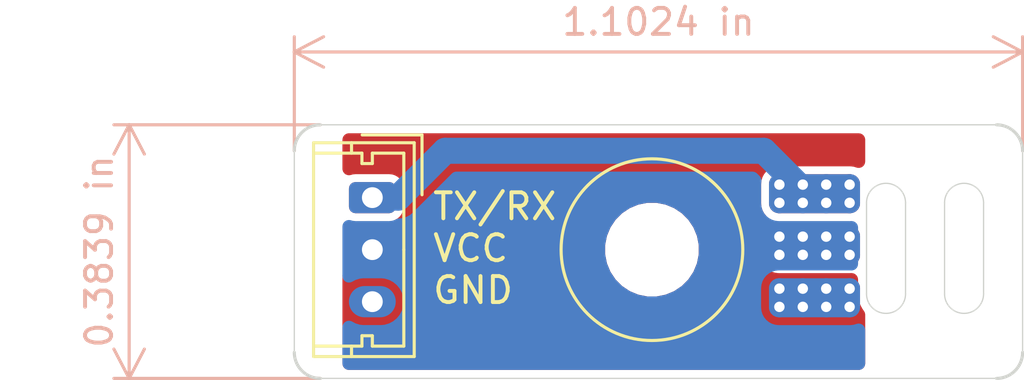
<source format=kicad_pcb>
(kicad_pcb (version 20171130) (host pcbnew 5.1.1-8be2ce7~80~ubuntu18.10.1)

  (general
    (thickness 1.6)
    (drawings 21)
    (tracks 28)
    (zones 0)
    (modules 3)
    (nets 4)
  )

  (page A4)
  (layers
    (0 F.Cu signal)
    (31 B.Cu signal)
    (32 B.Adhes user)
    (33 F.Adhes user)
    (34 B.Paste user)
    (35 F.Paste user)
    (36 B.SilkS user)
    (37 F.SilkS user)
    (38 B.Mask user)
    (39 F.Mask user)
    (40 Dwgs.User user)
    (41 Cmts.User user)
    (42 Eco1.User user)
    (43 Eco2.User user)
    (44 Edge.Cuts user)
    (45 Margin user)
    (46 B.CrtYd user)
    (47 F.CrtYd user)
    (48 B.Fab user)
    (49 F.Fab user)
  )

  (setup
    (last_trace_width 0.25)
    (user_trace_width 0.5)
    (trace_clearance 0.2)
    (zone_clearance 0.3)
    (zone_45_only no)
    (trace_min 0.2)
    (via_size 0.8)
    (via_drill 0.4)
    (via_min_size 0.4)
    (via_min_drill 0.3)
    (uvia_size 0.3)
    (uvia_drill 0.1)
    (uvias_allowed no)
    (uvia_min_size 0.2)
    (uvia_min_drill 0.1)
    (edge_width 0.05)
    (segment_width 0.2)
    (pcb_text_width 0.3)
    (pcb_text_size 1.5 1.5)
    (mod_edge_width 0.12)
    (mod_text_size 1 1)
    (mod_text_width 0.15)
    (pad_size 1.524 1.524)
    (pad_drill 0.762)
    (pad_to_mask_clearance 0.051)
    (solder_mask_min_width 0.25)
    (aux_axis_origin 0 0)
    (visible_elements FFFFFF7F)
    (pcbplotparams
      (layerselection 0x010fc_ffffffff)
      (usegerberextensions false)
      (usegerberattributes false)
      (usegerberadvancedattributes false)
      (creategerberjobfile false)
      (excludeedgelayer true)
      (linewidth 0.100000)
      (plotframeref false)
      (viasonmask false)
      (mode 1)
      (useauxorigin false)
      (hpglpennumber 1)
      (hpglpenspeed 20)
      (hpglpendiameter 15.000000)
      (psnegative false)
      (psa4output false)
      (plotreference true)
      (plotvalue true)
      (plotinvisibletext false)
      (padsonsilk false)
      (subtractmaskfromsilk false)
      (outputformat 1)
      (mirror false)
      (drillshape 1)
      (scaleselection 1)
      (outputdirectory ""))
  )

  (net 0 "")
  (net 1 /GND)
  (net 2 /VCC)
  (net 3 /TXRX)

  (net_class Default "This is the default net class."
    (clearance 0.2)
    (trace_width 0.25)
    (via_dia 0.8)
    (via_drill 0.4)
    (uvia_dia 0.3)
    (uvia_drill 0.1)
    (add_net /GND)
    (add_net /TXRX)
    (add_net /VCC)
  )

  (module LX15Connector:3_wire_pads (layer F.Cu) (tedit 5CDDA6A1) (tstamp 5CDDF8E2)
    (at 157.75 93.65)
    (path /5CDD9DAD)
    (fp_text reference J1 (at 0 4) (layer F.SilkS) hide
      (effects (font (size 1 1) (thickness 0.15)))
    )
    (fp_text value Pads (at 0 -4) (layer F.Fab)
      (effects (font (size 1 1) (thickness 0.15)))
    )
    (pad 3 smd roundrect (at 0 2) (size 3.5 1.5) (layers B.Cu B.Paste B.Mask) (roundrect_rratio 0.25)
      (net 1 /GND))
    (pad 2 smd roundrect (at 0 0) (size 3.5 1.5) (layers B.Cu B.Paste B.Mask) (roundrect_rratio 0.25)
      (net 2 /VCC))
    (pad 1 smd roundrect (at 0 -2) (size 3.5 1.5) (layers B.Cu B.Paste B.Mask) (roundrect_rratio 0.25)
      (net 3 /TXRX))
    (pad 3 smd roundrect (at 0 2) (size 3.5 1.5) (layers F.Cu F.Paste F.Mask) (roundrect_rratio 0.25)
      (net 1 /GND))
    (pad 2 smd roundrect (at 0 0) (size 3.5 1.5) (layers F.Cu F.Paste F.Mask) (roundrect_rratio 0.25)
      (net 2 /VCC))
    (pad 1 smd roundrect (at 0 -2) (size 3.5 1.5) (layers F.Cu F.Paste F.Mask) (roundrect_rratio 0.25)
      (net 3 /TXRX))
  )

  (module Connector_Molex:Molex_Micro-Latch_53253-0370_1x03_P2.00mm_Vertical (layer F.Cu) (tedit 5B781643) (tstamp 5CDDAF33)
    (at 140.75 91.8 270)
    (descr "Molex Micro-Latch Wire-to-Board Connector System, 53253-0370 (compatible alternatives: 53253-0350), 3 Pins per row (http://www.molex.com/pdm_docs/sd/532530770_sd.pdf), generated with kicad-footprint-generator")
    (tags "connector Molex Micro-Latch side entry")
    (path /5CDD97BB)
    (fp_text reference J2 (at 2 -2.7 90) (layer F.SilkS) hide
      (effects (font (size 1 1) (thickness 0.15)))
    )
    (fp_text value Servo (at 2 3.35 90) (layer F.Fab)
      (effects (font (size 1 1) (thickness 0.15)))
    )
    (fp_text user %R (at 2 1.45 90) (layer F.Fab)
      (effects (font (size 1 1) (thickness 0.15)))
    )
    (fp_line (start 6.5 -2) (end -2.5 -2) (layer F.CrtYd) (width 0.05))
    (fp_line (start 6.5 2.65) (end 6.5 -2) (layer F.CrtYd) (width 0.05))
    (fp_line (start -2.5 2.65) (end 6.5 2.65) (layer F.CrtYd) (width 0.05))
    (fp_line (start -2.5 -2) (end -2.5 2.65) (layer F.CrtYd) (width 0.05))
    (fp_line (start 5.71 0.4) (end 5.71 2.26) (layer F.SilkS) (width 0.12))
    (fp_line (start 5.31 0.4) (end 5.71 0.4) (layer F.SilkS) (width 0.12))
    (fp_line (start 5.31 0) (end 5.31 0.4) (layer F.SilkS) (width 0.12))
    (fp_line (start 5.71 0) (end 5.31 0) (layer F.SilkS) (width 0.12))
    (fp_line (start 5.71 -1.21) (end 5.71 0) (layer F.SilkS) (width 0.12))
    (fp_line (start 2 -1.21) (end 5.71 -1.21) (layer F.SilkS) (width 0.12))
    (fp_line (start -1.71 0.4) (end -1.71 2.26) (layer F.SilkS) (width 0.12))
    (fp_line (start -1.31 0.4) (end -1.71 0.4) (layer F.SilkS) (width 0.12))
    (fp_line (start -1.31 0) (end -1.31 0.4) (layer F.SilkS) (width 0.12))
    (fp_line (start -1.71 0) (end -1.31 0) (layer F.SilkS) (width 0.12))
    (fp_line (start -1.71 -1.21) (end -1.71 0) (layer F.SilkS) (width 0.12))
    (fp_line (start 2 -1.21) (end -1.71 -1.21) (layer F.SilkS) (width 0.12))
    (fp_line (start 6.11 0.8) (end 5.71 0.8) (layer F.SilkS) (width 0.12))
    (fp_line (start -2.11 0.8) (end -1.71 0.8) (layer F.SilkS) (width 0.12))
    (fp_line (start 0 -0.792893) (end 0.5 -1.5) (layer F.Fab) (width 0.1))
    (fp_line (start -0.5 -1.5) (end 0 -0.792893) (layer F.Fab) (width 0.1))
    (fp_line (start -2.41 -1.91) (end -2.41 0.39) (layer F.SilkS) (width 0.12))
    (fp_line (start -0.11 -1.91) (end -2.41 -1.91) (layer F.SilkS) (width 0.12))
    (fp_line (start 6.11 -1.61) (end -2.11 -1.61) (layer F.SilkS) (width 0.12))
    (fp_line (start 6.11 2.26) (end 6.11 -1.61) (layer F.SilkS) (width 0.12))
    (fp_line (start -2.11 2.26) (end 6.11 2.26) (layer F.SilkS) (width 0.12))
    (fp_line (start -2.11 -1.61) (end -2.11 2.26) (layer F.SilkS) (width 0.12))
    (fp_line (start 6 -1.5) (end -2 -1.5) (layer F.Fab) (width 0.1))
    (fp_line (start 6 2.15) (end 6 -1.5) (layer F.Fab) (width 0.1))
    (fp_line (start -2 2.15) (end 6 2.15) (layer F.Fab) (width 0.1))
    (fp_line (start -2 -1.5) (end -2 2.15) (layer F.Fab) (width 0.1))
    (pad 3 thru_hole oval (at 4 0 270) (size 1.2 1.8) (drill 0.8) (layers *.Cu *.Mask)
      (net 1 /GND))
    (pad 2 thru_hole oval (at 2 0 270) (size 1.2 1.8) (drill 0.8) (layers *.Cu *.Mask)
      (net 2 /VCC))
    (pad 1 thru_hole roundrect (at 0 0 270) (size 1.2 1.8) (drill 0.8) (layers *.Cu *.Mask) (roundrect_rratio 0.208333)
      (net 3 /TXRX))
    (model ${KISYS3DMOD}/Connector_Molex.3dshapes/Molex_Micro-Latch_53253-0370_1x03_P2.00mm_Vertical.wrl
      (at (xyz 0 0 0))
      (scale (xyz 1 1 1))
      (rotate (xyz 0 0 0))
    )
  )

  (module MountingHole:MountingHole_3mm (layer F.Cu) (tedit 56D1B4CB) (tstamp 5CDDAC02)
    (at 151.5 93.8)
    (descr "Mounting Hole 3mm, no annular")
    (tags "mounting hole 3mm no annular")
    (path /5CDDABD0)
    (attr virtual)
    (fp_text reference H1 (at 0 -4) (layer F.SilkS) hide
      (effects (font (size 1 1) (thickness 0.15)))
    )
    (fp_text value MountingHole (at 0 4) (layer F.Fab)
      (effects (font (size 1 1) (thickness 0.15)))
    )
    (fp_circle (center 0 0) (end 3.25 0) (layer F.CrtYd) (width 0.05))
    (fp_circle (center 0 0) (end 3 0) (layer Cmts.User) (width 0.15))
    (fp_text user %R (at 0.3 0) (layer F.Fab)
      (effects (font (size 1 1) (thickness 0.15)))
    )
    (pad 1 np_thru_hole circle (at 0 0) (size 3 3) (drill 3) (layers *.Cu *.Mask))
  )

  (gr_line (start 140.75 93.75) (end 165.75 93.75) (layer Eco1.User) (width 0.15))
  (dimension 28 (width 0.12) (layer B.SilkS)
    (gr_text "28,000 mm" (at 151.75 84.93) (layer B.SilkS)
      (effects (font (size 1 1) (thickness 0.15)))
    )
    (feature1 (pts (xy 165.75 90) (xy 165.75 85.613579)))
    (feature2 (pts (xy 137.75 90) (xy 137.75 85.613579)))
    (crossbar (pts (xy 137.75 86.2) (xy 165.75 86.2)))
    (arrow1a (pts (xy 165.75 86.2) (xy 164.623496 86.786421)))
    (arrow1b (pts (xy 165.75 86.2) (xy 164.623496 85.613579)))
    (arrow2a (pts (xy 137.75 86.2) (xy 138.876504 86.786421)))
    (arrow2b (pts (xy 137.75 86.2) (xy 138.876504 85.613579)))
  )
  (dimension 9.75 (width 0.12) (layer B.SilkS)
    (gr_text "9,750 mm" (at 130.130001 93.875 270) (layer B.SilkS)
      (effects (font (size 1 1) (thickness 0.15)))
    )
    (feature1 (pts (xy 138.75 98.75) (xy 130.81358 98.75)))
    (feature2 (pts (xy 138.75 89) (xy 130.81358 89)))
    (crossbar (pts (xy 131.400001 89) (xy 131.400001 98.75)))
    (arrow1a (pts (xy 131.400001 98.75) (xy 130.81358 97.623496)))
    (arrow1b (pts (xy 131.400001 98.75) (xy 131.986422 97.623496)))
    (arrow2a (pts (xy 131.400001 89) (xy 130.81358 90.126504)))
    (arrow2b (pts (xy 131.400001 89) (xy 131.986422 90.126504)))
  )
  (gr_circle (center 151.5 93.8) (end 152.3 90.4) (layer F.SilkS) (width 0.12))
  (gr_arc (start 164.75 90) (end 165.75 90) (angle -90) (layer Edge.Cuts) (width 0.12) (tstamp 5CDDB0A7))
  (gr_line (start 138.75 89) (end 164.75 89) (layer Edge.Cuts) (width 0.05) (tstamp 5CDDB014))
  (gr_arc (start 164.75 97.75) (end 164.75 98.75) (angle -90) (layer Edge.Cuts) (width 0.12) (tstamp 5CDDB0A4))
  (gr_line (start 165.75 90) (end 165.75 97.75) (layer Edge.Cuts) (width 0.05) (tstamp 5CDDB0A1))
  (gr_line (start 138.75 98.75) (end 164.75 98.75) (layer Edge.Cuts) (width 0.05))
  (gr_line (start 137.75 90) (end 137.75 97.75) (layer Edge.Cuts) (width 0.05) (tstamp 5CDDAFFE))
  (gr_arc (start 138.75 97.75) (end 137.75 97.75) (angle -90) (layer Edge.Cuts) (width 0.12) (tstamp 5CDDAFCD))
  (gr_arc (start 138.75 90) (end 138.75 89) (angle -90) (layer Edge.Cuts) (width 0.12))
  (gr_text "TX/RX\nVCC\nGND" (at 143 93.75) (layer F.SilkS)
    (effects (font (size 1 1) (thickness 0.15)) (justify left))
  )
  (gr_arc (start 163.5 95.5) (end 162.75 95.5) (angle -180) (layer Edge.Cuts) (width 0.05) (tstamp 5CDDAE6A))
  (gr_line (start 164.25 92) (end 164.25 95.5) (layer Edge.Cuts) (width 0.05) (tstamp 5CDDAE69))
  (gr_line (start 162.75 92) (end 162.75 95.5) (layer Edge.Cuts) (width 0.05) (tstamp 5CDDAE68))
  (gr_arc (start 163.5 92) (end 164.25 92) (angle -180) (layer Edge.Cuts) (width 0.05) (tstamp 5CDDAE67))
  (gr_line (start 159.75 92) (end 159.75 95.5) (layer Edge.Cuts) (width 0.05) (tstamp 5CDDAE59))
  (gr_arc (start 160.5 95.5) (end 159.75 95.5) (angle -180) (layer Edge.Cuts) (width 0.05) (tstamp 5CDDAE4F))
  (gr_line (start 161.25 92) (end 161.25 95.5) (layer Edge.Cuts) (width 0.05))
  (gr_arc (start 160.5 92) (end 161.25 92) (angle -180) (layer Edge.Cuts) (width 0.05))

  (via (at 159.1 91.3) (size 0.8) (drill 0.4) (layers F.Cu B.Cu) (net 3))
  (via (at 159.1 92) (size 0.8) (drill 0.4) (layers F.Cu B.Cu) (net 3) (tstamp 5CDDF7B3))
  (via (at 158.2 91.3) (size 0.8) (drill 0.4) (layers F.Cu B.Cu) (net 3) (tstamp 5CDDF7B6))
  (via (at 158.2 92) (size 0.8) (drill 0.4) (layers F.Cu B.Cu) (net 3) (tstamp 5CDDF7B7))
  (via (at 157.3 91.3) (size 0.8) (drill 0.4) (layers F.Cu B.Cu) (net 3) (tstamp 5CDDF7BA))
  (via (at 157.3 92) (size 0.8) (drill 0.4) (layers F.Cu B.Cu) (net 3) (tstamp 5CDDF7BB))
  (via (at 156.4 91.3) (size 0.8) (drill 0.4) (layers F.Cu B.Cu) (net 3) (tstamp 5CDDF7BE))
  (via (at 156.4 92) (size 0.8) (drill 0.4) (layers F.Cu B.Cu) (net 3) (tstamp 5CDDF7BF))
  (via (at 158.2 93.3) (size 0.8) (drill 0.4) (layers F.Cu B.Cu) (net 2) (tstamp 5CDDF7DC))
  (via (at 156.4 93.3) (size 0.8) (drill 0.4) (layers F.Cu B.Cu) (net 2) (tstamp 5CDDF7DD))
  (via (at 159.1 93.3) (size 0.8) (drill 0.4) (layers F.Cu B.Cu) (net 2) (tstamp 5CDDF7DE))
  (via (at 158.2 94) (size 0.8) (drill 0.4) (layers F.Cu B.Cu) (net 2) (tstamp 5CDDF7DF))
  (via (at 157.3 93.3) (size 0.8) (drill 0.4) (layers F.Cu B.Cu) (net 2) (tstamp 5CDDF7E0))
  (via (at 156.4 94) (size 0.8) (drill 0.4) (layers F.Cu B.Cu) (net 2) (tstamp 5CDDF7E1))
  (via (at 159.1 94) (size 0.8) (drill 0.4) (layers F.Cu B.Cu) (net 2) (tstamp 5CDDF7E2))
  (via (at 157.3 94) (size 0.8) (drill 0.4) (layers F.Cu B.Cu) (net 2) (tstamp 5CDDF7E3))
  (via (at 158.2 96) (size 0.8) (drill 0.4) (layers F.Cu B.Cu) (net 1) (tstamp 5CDDF7EC))
  (via (at 157.3 95.3) (size 0.8) (drill 0.4) (layers F.Cu B.Cu) (net 1) (tstamp 5CDDF7ED))
  (via (at 159.1 96) (size 0.8) (drill 0.4) (layers F.Cu B.Cu) (net 1) (tstamp 5CDDF7EE))
  (via (at 157.3 96) (size 0.8) (drill 0.4) (layers F.Cu B.Cu) (net 1) (tstamp 5CDDF7EF))
  (via (at 158.2 95.3) (size 0.8) (drill 0.4) (layers F.Cu B.Cu) (net 1) (tstamp 5CDDF7F0))
  (via (at 156.4 95.3) (size 0.8) (drill 0.4) (layers F.Cu B.Cu) (net 1) (tstamp 5CDDF7F1))
  (via (at 156.4 96) (size 0.8) (drill 0.4) (layers F.Cu B.Cu) (net 1) (tstamp 5CDDF7F2))
  (via (at 159.1 95.3) (size 0.8) (drill 0.4) (layers F.Cu B.Cu) (net 1) (tstamp 5CDDF7F3))
  (segment (start 155.8 90) (end 157.6 91.8) (width 1) (layer B.Cu) (net 3))
  (segment (start 143.55 90) (end 155.8 90) (width 1) (layer B.Cu) (net 3))
  (segment (start 140.75 91.8) (end 141.75 91.8) (width 1) (layer B.Cu) (net 3))
  (segment (start 141.75 91.8) (end 143.55 90) (width 1) (layer B.Cu) (net 3))

  (zone (net 2) (net_name /VCC) (layer B.Cu) (tstamp 0) (hatch edge 0.508)
    (connect_pads yes (clearance 0.3))
    (min_thickness 0.5)
    (fill yes (arc_segments 32) (thermal_gap 0.508) (thermal_bridge_width 0.508))
    (polygon
      (pts
        (xy 139.6 89) (xy 139.6 98.7) (xy 159.7 98.7) (xy 159.7 89)
      )
    )
    (filled_polygon
      (pts
        (xy 155.460137 91.14506) (xy 155.458106 91.165681) (xy 155.45 91.206433) (xy 155.45 91.247983) (xy 155.447339 91.275)
        (xy 155.447339 92.025) (xy 155.45 92.052017) (xy 155.45 92.093567) (xy 155.458106 92.134319) (xy 155.465164 92.205978)
        (xy 155.486066 92.274882) (xy 155.486508 92.277105) (xy 155.487375 92.279199) (xy 155.517953 92.38) (xy 155.603678 92.540381)
        (xy 155.719045 92.680955) (xy 155.859619 92.796322) (xy 156.02 92.882047) (xy 156.120801 92.912625) (xy 156.122895 92.913492)
        (xy 156.125118 92.913934) (xy 156.194022 92.934836) (xy 156.265681 92.941894) (xy 156.306433 92.95) (xy 156.347983 92.95)
        (xy 156.375 92.952661) (xy 159.125 92.952661) (xy 159.152017 92.95) (xy 159.175 92.95) (xy 159.175001 94.35)
        (xy 159.152017 94.35) (xy 159.125 94.347339) (xy 156.375 94.347339) (xy 156.347983 94.35) (xy 156.306433 94.35)
        (xy 156.265681 94.358106) (xy 156.194022 94.365164) (xy 156.125118 94.386066) (xy 156.122895 94.386508) (xy 156.120801 94.387375)
        (xy 156.02 94.417953) (xy 155.859619 94.503678) (xy 155.719045 94.619045) (xy 155.603678 94.759619) (xy 155.517953 94.92)
        (xy 155.487375 95.020801) (xy 155.486508 95.022895) (xy 155.486066 95.025118) (xy 155.465164 95.094022) (xy 155.458106 95.165681)
        (xy 155.45 95.206433) (xy 155.45 95.247983) (xy 155.447339 95.275) (xy 155.447339 96.025) (xy 155.45 96.052017)
        (xy 155.45 96.093567) (xy 155.458106 96.134319) (xy 155.465164 96.205978) (xy 155.486066 96.274882) (xy 155.486508 96.277105)
        (xy 155.487375 96.279199) (xy 155.517953 96.38) (xy 155.603678 96.540381) (xy 155.719045 96.680955) (xy 155.859619 96.796322)
        (xy 156.02 96.882047) (xy 156.120801 96.912625) (xy 156.122895 96.913492) (xy 156.125118 96.913934) (xy 156.194022 96.934836)
        (xy 156.265681 96.941894) (xy 156.306433 96.95) (xy 156.347983 96.95) (xy 156.375 96.952661) (xy 159.125 96.952661)
        (xy 159.152017 96.95) (xy 159.193567 96.95) (xy 159.234319 96.941894) (xy 159.305978 96.934836) (xy 159.374882 96.913934)
        (xy 159.377105 96.913492) (xy 159.379199 96.912625) (xy 159.45 96.891148) (xy 159.45 98.175) (xy 139.85 98.175)
        (xy 139.85 96.783264) (xy 140.007785 96.867602) (xy 140.224561 96.93336) (xy 140.393508 96.95) (xy 141.106492 96.95)
        (xy 141.275439 96.93336) (xy 141.492215 96.867602) (xy 141.691997 96.760816) (xy 141.867107 96.617107) (xy 142.010816 96.441997)
        (xy 142.117602 96.242215) (xy 142.18336 96.025439) (xy 142.205564 95.8) (xy 142.18336 95.574561) (xy 142.117602 95.357785)
        (xy 142.010816 95.158003) (xy 141.867107 94.982893) (xy 141.691997 94.839184) (xy 141.492215 94.732398) (xy 141.275439 94.66664)
        (xy 141.106492 94.65) (xy 140.393508 94.65) (xy 140.224561 94.66664) (xy 140.007785 94.732398) (xy 139.85 94.816736)
        (xy 139.85 93.598093) (xy 149.45 93.598093) (xy 149.45 94.001907) (xy 149.52878 94.397963) (xy 149.683314 94.771039)
        (xy 149.907661 95.106799) (xy 150.193201 95.392339) (xy 150.528961 95.616686) (xy 150.902037 95.77122) (xy 151.298093 95.85)
        (xy 151.701907 95.85) (xy 152.097963 95.77122) (xy 152.471039 95.616686) (xy 152.806799 95.392339) (xy 153.092339 95.106799)
        (xy 153.316686 94.771039) (xy 153.47122 94.397963) (xy 153.55 94.001907) (xy 153.55 93.598093) (xy 153.47122 93.202037)
        (xy 153.316686 92.828961) (xy 153.092339 92.493201) (xy 152.806799 92.207661) (xy 152.471039 91.983314) (xy 152.097963 91.82878)
        (xy 151.701907 91.75) (xy 151.298093 91.75) (xy 150.902037 91.82878) (xy 150.528961 91.983314) (xy 150.193201 92.207661)
        (xy 149.907661 92.493201) (xy 149.683314 92.828961) (xy 149.52878 93.202037) (xy 149.45 93.598093) (xy 139.85 93.598093)
        (xy 139.85 92.908903) (xy 139.943408 92.937238) (xy 140.099999 92.952661) (xy 141.400001 92.952661) (xy 141.556592 92.937238)
        (xy 141.707166 92.891562) (xy 141.781163 92.85201) (xy 141.801568 92.85) (xy 141.801578 92.85) (xy 141.955836 92.834807)
        (xy 142.153762 92.774767) (xy 142.336171 92.677267) (xy 142.496054 92.546054) (xy 142.528937 92.505986) (xy 143.984924 91.05)
        (xy 155.365077 91.05)
      )
    )
  )
  (zone (net 1) (net_name /GND) (layer F.Cu) (tstamp 5CDDB08C) (hatch edge 0.508)
    (connect_pads yes (clearance 0.3))
    (min_thickness 0.5)
    (fill yes (arc_segments 32) (thermal_gap 0.508) (thermal_bridge_width 0.508))
    (polygon
      (pts
        (xy 139.6 89) (xy 139.6 98.7) (xy 159.7 98.65) (xy 159.7 88.95)
      )
    )
    (filled_polygon
      (pts
        (xy 159.45 90.408852) (xy 159.379199 90.387375) (xy 159.377105 90.386508) (xy 159.374882 90.386066) (xy 159.305978 90.365164)
        (xy 159.234319 90.358106) (xy 159.193567 90.35) (xy 159.152017 90.35) (xy 159.125 90.347339) (xy 156.375 90.347339)
        (xy 156.347983 90.35) (xy 156.306433 90.35) (xy 156.265681 90.358106) (xy 156.194022 90.365164) (xy 156.125118 90.386066)
        (xy 156.122895 90.386508) (xy 156.120801 90.387375) (xy 156.02 90.417953) (xy 155.859619 90.503678) (xy 155.719045 90.619045)
        (xy 155.603678 90.759619) (xy 155.517953 90.92) (xy 155.487375 91.020801) (xy 155.486508 91.022895) (xy 155.486066 91.025118)
        (xy 155.465164 91.094022) (xy 155.458106 91.165681) (xy 155.45 91.206433) (xy 155.45 91.247983) (xy 155.447339 91.275)
        (xy 155.447339 92.025) (xy 155.45 92.052017) (xy 155.45 92.093567) (xy 155.458106 92.134319) (xy 155.465164 92.205978)
        (xy 155.486066 92.274882) (xy 155.486508 92.277105) (xy 155.487375 92.279199) (xy 155.517953 92.38) (xy 155.603678 92.540381)
        (xy 155.693641 92.65) (xy 155.603678 92.759619) (xy 155.517953 92.92) (xy 155.487375 93.020801) (xy 155.486508 93.022895)
        (xy 155.486066 93.025118) (xy 155.465164 93.094022) (xy 155.458106 93.165681) (xy 155.45 93.206433) (xy 155.45 93.247983)
        (xy 155.447339 93.275) (xy 155.447339 94.025) (xy 155.45 94.052017) (xy 155.45 94.093567) (xy 155.458106 94.134319)
        (xy 155.465164 94.205978) (xy 155.486066 94.274882) (xy 155.486508 94.277105) (xy 155.487375 94.279199) (xy 155.517953 94.38)
        (xy 155.603678 94.540381) (xy 155.719045 94.680955) (xy 155.859619 94.796322) (xy 156.02 94.882047) (xy 156.120801 94.912625)
        (xy 156.122895 94.913492) (xy 156.125118 94.913934) (xy 156.194022 94.934836) (xy 156.265681 94.941894) (xy 156.306433 94.95)
        (xy 156.347983 94.95) (xy 156.375 94.952661) (xy 159.125 94.952661) (xy 159.152017 94.95) (xy 159.175001 94.95)
        (xy 159.175001 95.528246) (xy 159.177817 95.556837) (xy 159.177817 95.566582) (xy 159.178656 95.574566) (xy 159.194972 95.720028)
        (xy 159.205807 95.771001) (xy 159.21593 95.822128) (xy 159.218304 95.829797) (xy 159.262563 95.969319) (xy 159.283101 96.017237)
        (xy 159.302954 96.065404) (xy 159.306773 96.072466) (xy 159.37729 96.200735) (xy 159.406725 96.243724) (xy 159.43557 96.287139)
        (xy 159.440687 96.293325) (xy 159.45 96.304424) (xy 159.45 98.175) (xy 139.85 98.175) (xy 139.85 94.783264)
        (xy 140.007785 94.867602) (xy 140.224561 94.93336) (xy 140.393508 94.95) (xy 141.106492 94.95) (xy 141.275439 94.93336)
        (xy 141.492215 94.867602) (xy 141.691997 94.760816) (xy 141.867107 94.617107) (xy 142.010816 94.441997) (xy 142.117602 94.242215)
        (xy 142.18336 94.025439) (xy 142.205564 93.8) (xy 142.185678 93.598093) (xy 149.45 93.598093) (xy 149.45 94.001907)
        (xy 149.52878 94.397963) (xy 149.683314 94.771039) (xy 149.907661 95.106799) (xy 150.193201 95.392339) (xy 150.528961 95.616686)
        (xy 150.902037 95.77122) (xy 151.298093 95.85) (xy 151.701907 95.85) (xy 152.097963 95.77122) (xy 152.471039 95.616686)
        (xy 152.806799 95.392339) (xy 153.092339 95.106799) (xy 153.316686 94.771039) (xy 153.47122 94.397963) (xy 153.55 94.001907)
        (xy 153.55 93.598093) (xy 153.47122 93.202037) (xy 153.316686 92.828961) (xy 153.092339 92.493201) (xy 152.806799 92.207661)
        (xy 152.471039 91.983314) (xy 152.097963 91.82878) (xy 151.701907 91.75) (xy 151.298093 91.75) (xy 150.902037 91.82878)
        (xy 150.528961 91.983314) (xy 150.193201 92.207661) (xy 149.907661 92.493201) (xy 149.683314 92.828961) (xy 149.52878 93.202037)
        (xy 149.45 93.598093) (xy 142.185678 93.598093) (xy 142.18336 93.574561) (xy 142.117602 93.357785) (xy 142.010816 93.158003)
        (xy 141.867107 92.982893) (xy 141.73663 92.875813) (xy 141.845935 92.817388) (xy 141.967567 92.717567) (xy 142.067388 92.595935)
        (xy 142.141562 92.457166) (xy 142.187238 92.306592) (xy 142.202661 92.150001) (xy 142.202661 91.449999) (xy 142.187238 91.293408)
        (xy 142.141562 91.142834) (xy 142.067388 91.004065) (xy 141.967567 90.882433) (xy 141.845935 90.782612) (xy 141.707166 90.708438)
        (xy 141.556592 90.662762) (xy 141.400001 90.647339) (xy 140.099999 90.647339) (xy 139.943408 90.662762) (xy 139.85 90.691097)
        (xy 139.85 89.575) (xy 159.45 89.575)
      )
    )
  )
)

</source>
